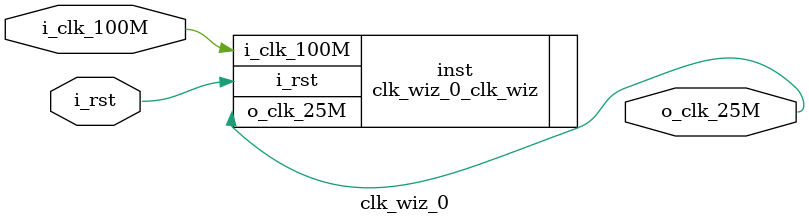
<source format=v>


`timescale 1ps/1ps

(* CORE_GENERATION_INFO = "clk_wiz_0,clk_wiz_v5_3_1,{component_name=clk_wiz_0,use_phase_alignment=true,use_min_o_jitter=false,use_max_i_jitter=false,use_dyn_phase_shift=false,use_inclk_switchover=false,use_dyn_reconfig=false,enable_axi=0,feedback_source=FDBK_AUTO,PRIMITIVE=MMCM,num_out_clk=1,clkin1_period=10.0,clkin2_period=10.0,use_power_down=false,use_reset=true,use_locked=false,use_inclk_stopped=false,feedback_type=SINGLE,CLOCK_MGR_TYPE=NA,manual_override=false}" *)

module clk_wiz_0 
 (
 // Clock in ports
  input         i_clk_100M,
  // Clock out ports
  output        o_clk_25M,
  // Status and control signals
  input         i_rst
 );

  clk_wiz_0_clk_wiz inst
  (
 // Clock in ports
  .i_clk_100M(i_clk_100M),
  // Clock out ports  
  .o_clk_25M(o_clk_25M),
  // Status and control signals               
  .i_rst(i_rst) 
  );

endmodule

</source>
